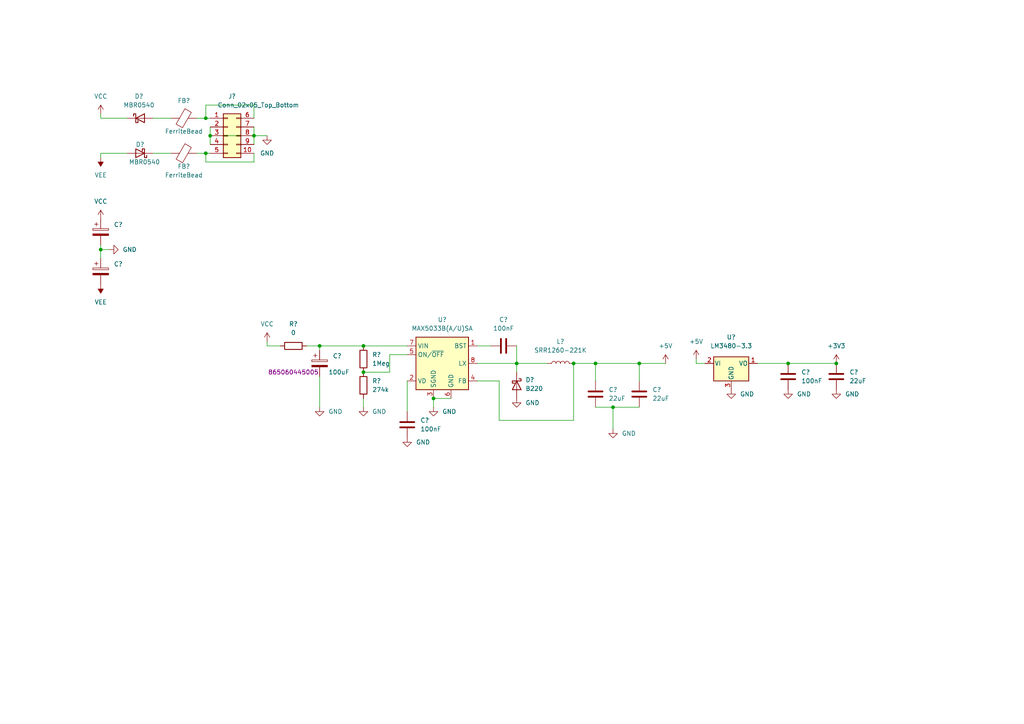
<source format=kicad_sch>
(kicad_sch (version 20211123) (generator eeschema)
  (paper "A4")
  (lib_symbols
    (symbol "Connector_Generic:Conn_02x05_Top_Bottom" (pin_names (offset 1.016) hide)
      (property "Reference" "J" (at 1.27 7.62 0))
      (property "Value" "Conn_02x05_Top_Bottom" (at 1.27 -7.62 0))
      (symbol "Conn_02x05_Top_Bottom_1_1"
        (rectangle (start -1.27 -4.953) (end 0 -5.207) (stroke (width 0.1524)))
        (rectangle (start -1.27 -2.413) (end 0 -2.667) (stroke (width 0.1524)))
        (rectangle (start -1.27 0.127) (end 0 -0.127) (stroke (width 0.1524)))
        (rectangle (start -1.27 2.667) (end 0 2.413) (stroke (width 0.1524)))
        (rectangle (start -1.27 5.207) (end 0 4.953) (stroke (width 0.1524)))
        (rectangle (start -1.27 6.35) (end 3.81 -6.35) (stroke (width 0.254)) (fill (type background)))
        (rectangle (start 3.81 -4.953) (end 2.54 -5.207) (stroke (width 0.1524)))
        (rectangle (start 3.81 -2.413) (end 2.54 -2.667) (stroke (width 0.1524)))
        (rectangle (start 3.81 0.127) (end 2.54 -0.127) (stroke (width 0.1524)))
        (rectangle (start 3.81 2.667) (end 2.54 2.413) (stroke (width 0.1524)))
        (rectangle (start 3.81 5.207) (end 2.54 4.953) (stroke (width 0.1524)))
        (pin passive line (at -5.08 5.08 0) (length 3.81) (name "Pin_1") (number "1"))
        (pin passive line (at 7.62 -5.08 180) (length 3.81) (name "Pin_10") (number "10"))
        (pin passive line (at -5.08 2.54 0) (length 3.81) (name "Pin_2") (number "2"))
        (pin passive line (at -5.08 0 0) (length 3.81) (name "Pin_3") (number "3"))
        (pin passive line (at -5.08 -2.54 0) (length 3.81) (name "Pin_4") (number "4"))
        (pin passive line (at -5.08 -5.08 0) (length 3.81) (name "Pin_5") (number "5"))
        (pin passive line (at 7.62 5.08 180) (length 3.81) (name "Pin_6") (number "6"))
        (pin passive line (at 7.62 2.54 180) (length 3.81) (name "Pin_7") (number "7"))
        (pin passive line (at 7.62 0 180) (length 3.81) (name "Pin_8") (number "8"))
        (pin passive line (at 7.62 -2.54 180) (length 3.81) (name "Pin_9") (number "9"))
      )
    )
    (symbol "Device:C" (pin_numbers hide) (pin_names (offset 0.254))
      (property "Reference" "C" (at 0.635 2.54 0))
      (property "Value" "C" (at 0.635 -2.54 0))
      (symbol "C_0_1"
        (polyline (pts (xy -2.032 -0.762) (xy 2.032 -0.762)) (stroke (width 0.508)))
        (polyline (pts (xy -2.032 0.762) (xy 2.032 0.762)) (stroke (width 0.508)))
      )
      (symbol "C_1_1"
        (pin passive line (at 0 3.81 270) (length 2.794) (name "~") (number "1"))
        (pin passive line (at 0 -3.81 90) (length 2.794) (name "~") (number "2"))
      )
    )
    (symbol "Device:C_Polarized" (pin_numbers hide) (pin_names (offset 0.254))
      (property "Reference" "C" (at 0.635 2.54 0))
      (property "Value" "C_Polarized" (at 0.635 -2.54 0))
      (symbol "C_Polarized_0_1"
        (rectangle (start -2.286 0.508) (end 2.286 1.016))
        (polyline (pts (xy -1.778 2.286) (xy -0.762 2.286)))
        (polyline (pts (xy -1.27 2.794) (xy -1.27 1.778)))
        (rectangle (start 2.286 -0.508) (end -2.286 -1.016) (fill (type outline)))
      )
      (symbol "C_Polarized_1_1"
        (pin passive line (at 0 3.81 270) (length 2.794) (name "~") (number "1"))
        (pin passive line (at 0 -3.81 90) (length 2.794) (name "~") (number "2"))
      )
    )
    (symbol "Device:FerriteBead" (pin_numbers hide) (pin_names (offset 0))
      (property "Reference" "FB" (at -3.81 0.635 90))
      (property "Value" "FerriteBead" (at 3.81 0 90))
      (symbol "FerriteBead_0_1"
        (polyline (pts (xy 0 -1.27) (xy 0 -1.2192)))
        (polyline (pts (xy 0 1.27) (xy 0 1.2954)))
        (polyline (pts (xy -2.7686 0.4064) (xy -1.7018 2.2606) (xy 2.7686 -0.3048) (xy 1.6764 -2.159) (xy -2.7686 0.4064)))
      )
      (symbol "FerriteBead_1_1"
        (pin passive line (at 0 3.81 270) (length 2.54) (name "~") (number "1"))
        (pin passive line (at 0 -3.81 90) (length 2.54) (name "~") (number "2"))
      )
    )
    (symbol "Device:L" (pin_numbers hide) (pin_names (offset 1.016) hide)
      (property "Reference" "L" (at -1.27 0 90))
      (property "Value" "L" (at 1.905 0 90))
      (symbol "L_0_1"
        (arc (start 0 -2.54) (mid 0.635 -1.905) (end 0 -1.27))
        (arc (start 0 -1.27) (mid 0.635 -0.635) (end 0 0))
        (arc (start 0 0) (mid 0.635 0.635) (end 0 1.27))
        (arc (start 0 1.27) (mid 0.635 1.905) (end 0 2.54))
      )
      (symbol "L_1_1"
        (pin passive line (at 0 3.81 270) (length 1.27) (name "1") (number "1"))
        (pin passive line (at 0 -3.81 90) (length 1.27) (name "2") (number "2"))
      )
    )
    (symbol "Device:R" (pin_numbers hide) (pin_names (offset 0))
      (property "Reference" "R" (at 2.032 0 90))
      (property "Value" "R" (at 0 0 90))
      (symbol "R_0_1"
        (rectangle (start -1.016 -2.54) (end 1.016 2.54) (stroke (width 0.254)))
      )
      (symbol "R_1_1"
        (pin passive line (at 0 3.81 270) (length 1.27) (name "~") (number "1"))
        (pin passive line (at 0 -3.81 90) (length 1.27) (name "~") (number "2"))
      )
    )
    (symbol "Diode:B220" (pin_numbers hide) (pin_names (offset 1.016) hide)
      (property "Reference" "D" (at 0 2.54 0))
      (property "Value" "B220" (at 0 -2.54 0))
      (symbol "B220_0_1"
        (polyline (pts (xy 1.27 0) (xy -1.27 0)))
        (polyline (pts (xy 1.27 1.27) (xy 1.27 -1.27) (xy -1.27 0) (xy 1.27 1.27)) (stroke (width 0.254)))
        (polyline (pts (xy -1.905 0.635) (xy -1.905 1.27) (xy -1.27 1.27) (xy -1.27 -1.27) (xy -0.635 -1.27) (xy -0.635 -0.635)) (stroke (width 0.254)))
      )
      (symbol "B220_1_1"
        (pin passive line (at -3.81 0 0) (length 2.54) (name "K") (number "1"))
        (pin passive line (at 3.81 0 180) (length 2.54) (name "A") (number "2"))
      )
    )
    (symbol "Diode:MBR0540" (pin_numbers hide) (pin_names (offset 1.016) hide)
      (property "Reference" "D" (at 0 2.54 0))
      (property "Value" "MBR0540" (at 0 -2.54 0))
      (symbol "MBR0540_0_1"
        (polyline (pts (xy 1.27 0) (xy -1.27 0)))
        (polyline (pts (xy 1.27 1.27) (xy 1.27 -1.27) (xy -1.27 0) (xy 1.27 1.27)) (stroke (width 0.254)))
        (polyline (pts (xy -1.905 0.635) (xy -1.905 1.27) (xy -1.27 1.27) (xy -1.27 -1.27) (xy -0.635 -1.27) (xy -0.635 -0.635)) (stroke (width 0.254)))
      )
      (symbol "MBR0540_1_1"
        (pin passive line (at -3.81 0 0) (length 2.54) (name "K") (number "1"))
        (pin passive line (at 3.81 0 180) (length 2.54) (name "A") (number "2"))
      )
    )
    (symbol "Regulator_Linear:LM3480-3.3" (pin_names (offset 0.254))
      (property "Reference" "U" (at -3.81 3.175 0))
      (property "Value" "LM3480-3.3" (at 0 3.175 0))
      (symbol "LM3480-3.3_0_1"
        (rectangle (start -5.08 1.905) (end 5.08 -5.08) (stroke (width 0.254)) (fill (type background)))
      )
      (symbol "LM3480-3.3_1_1"
        (pin power_out line (at 7.62 0 180) (length 2.54) (name "VO") (number "1"))
        (pin power_in line (at -7.62 0 0) (length 2.54) (name "VI") (number "2"))
        (pin power_in line (at 0 -7.62 90) (length 2.54) (name "GND") (number "3"))
      )
    )
    (symbol "Regulator_Switching:MAX5035BUSA"
      (property "Reference" "U" (at -7.62 8.89 0))
      (property "Value" "MAX5035BUSA" (at -2.54 8.89 0))
      (symbol "MAX5035BUSA_0_1"
        (rectangle (start -7.62 7.62) (end 7.62 -7.62) (stroke (width 0.254)) (fill (type background)))
      )
      (symbol "MAX5035BUSA_1_1"
        (pin passive line (at 10.16 5.08 180) (length 2.54) (name "BST") (number "1"))
        (pin passive line (at -10.16 -5.08 0) (length 2.54) (name "VD") (number "2"))
        (pin power_in line (at -2.54 -10.16 90) (length 2.54) (name "SGND") (number "3"))
        (pin input line (at 10.16 -5.08 180) (length 2.54) (name "FB") (number "4"))
        (pin input line (at -10.16 2.54 0) (length 2.54) (name "ON/~{OFF}") (number "5"))
        (pin power_in line (at 2.54 -10.16 90) (length 2.54) (name "GND") (number "6"))
        (pin power_in line (at -10.16 5.08 0) (length 2.54) (name "VIN") (number "7"))
        (pin output line (at 10.16 0 180) (length 2.54) (name "LX") (number "8"))
      )
    )
    (symbol "power:+3.3V" (power) (pin_names (offset 0))
      (property "Value" "+3.3V" (at 0 3.556 0))
      (symbol "+3.3V_0_1"
        (polyline (pts (xy -0.762 1.27) (xy 0 2.54)))
        (polyline (pts (xy 0 0) (xy 0 2.54)))
        (polyline (pts (xy 0 2.54) (xy 0.762 1.27)))
      )
      (symbol "+3.3V_1_1"
        (pin power_in line (at 0 0 90) (length 0) hide (name "+3V3") (number "1"))
      )
    )
    (symbol "power:+5V" (power) (pin_names (offset 0))
      (property "Value" "+5V" (at 0 3.556 0))
      (symbol "+5V_0_1"
        (polyline (pts (xy -0.762 1.27) (xy 0 2.54)))
        (polyline (pts (xy 0 0) (xy 0 2.54)))
        (polyline (pts (xy 0 2.54) (xy 0.762 1.27)))
      )
      (symbol "+5V_1_1"
        (pin power_in line (at 0 0 90) (length 0) hide (name "+5V") (number "1"))
      )
    )
    (symbol "power:GND" (power) (pin_names (offset 0))
      (property "Value" "GND" (at 0 -3.81 0))
      (symbol "GND_0_1"
        (polyline (pts (xy 0 0) (xy 0 -1.27) (xy 1.27 -1.27) (xy 0 -2.54) (xy -1.27 -1.27) (xy 0 -1.27)))
      )
      (symbol "GND_1_1"
        (pin power_in line (at 0 0 270) (length 0) hide (name "GND") (number "1"))
      )
    )
    (symbol "power:VCC" (power) (pin_names (offset 0))
      (property "Value" "VCC" (at 0 3.81 0))
      (symbol "VCC_0_1"
        (polyline (pts (xy -0.762 1.27) (xy 0 2.54)))
        (polyline (pts (xy 0 0) (xy 0 2.54)))
        (polyline (pts (xy 0 2.54) (xy 0.762 1.27)))
      )
      (symbol "VCC_1_1"
        (pin power_in line (at 0 0 90) (length 0) hide (name "VCC") (number "1"))
      )
    )
    (symbol "power:VEE" (power) (pin_names (offset 0))
      (property "Value" "VEE" (at 0 3.81 0))
      (symbol "VEE_0_1"
        (polyline (pts (xy 0 0) (xy 0 2.54)))
        (polyline (pts (xy 0.762 1.27) (xy -0.762 1.27) (xy 0 2.54) (xy 0.762 1.27)) (fill (type outline)))
      )
      (symbol "VEE_1_1"
        (pin power_in line (at 0 0 90) (length 0) hide (name "VEE") (number "1"))
      )
    )
  )
  (junction (at 125.73 115.57))
  (junction (at 105.41 100.33))
  (junction (at 59.69 44.45))
  (junction (at 166.37 105.41))
  (junction (at 177.8 118.11))
  (junction (at 185.42 105.41))
  (junction (at 242.57 105.41))
  (junction (at 29.21 72.39))
  (junction (at 105.41 107.95))
  (junction (at 59.69 34.29))
  (junction (at 60.96 39.37))
  (junction (at 172.72 105.41))
  (junction (at 228.6 105.41))
  (junction (at 92.71 100.33))
  (junction (at 149.86 105.41))
  (junction (at 73.66 39.37))
  (wire (pts (xy 172.72 105.41) (xy 172.72 110.49)))
  (wire (pts (xy 44.45 44.45) (xy 49.53 44.45)))
  (wire (pts (xy 29.21 44.45) (xy 36.83 44.45)))
  (wire (pts (xy 77.47 100.33) (xy 77.47 99.06)))
  (wire (pts (xy 219.71 105.41) (xy 228.6 105.41)))
  (wire (pts (xy 149.86 105.41) (xy 149.86 107.95)))
  (wire (pts (xy 118.11 110.49) (xy 118.11 119.38)))
  (wire (pts (xy 59.69 44.45) (xy 60.96 44.45)))
  (wire (pts (xy 113.03 102.87) (xy 118.11 102.87)))
  (wire (pts (xy 92.71 100.33) (xy 105.41 100.33)))
  (wire (pts (xy 92.71 109.22) (xy 92.71 118.11)))
  (wire (pts (xy 125.73 115.57) (xy 130.81 115.57)))
  (wire (pts (xy 57.15 44.45) (xy 59.69 44.45)))
  (wire (pts (xy 73.66 46.99) (xy 59.69 46.99)))
  (wire (pts (xy 59.69 30.48) (xy 59.69 34.29)))
  (wire (pts (xy 60.96 39.37) (xy 73.66 39.37)))
  (wire (pts (xy 185.42 105.41) (xy 193.04 105.41)))
  (wire (pts (xy 177.8 118.11) (xy 185.42 118.11)))
  (wire (pts (xy 73.66 39.37) (xy 77.47 39.37)))
  (wire (pts (xy 201.93 105.41) (xy 204.47 105.41)))
  (wire (pts (xy 172.72 105.41) (xy 185.42 105.41)))
  (wire (pts (xy 144.78 110.49) (xy 144.78 121.92)))
  (wire (pts (xy 44.45 34.29) (xy 49.53 34.29)))
  (wire (pts (xy 73.66 30.48) (xy 59.69 30.48)))
  (wire (pts (xy 138.43 100.33) (xy 142.24 100.33)))
  (wire (pts (xy 177.8 118.11) (xy 177.8 124.46)))
  (wire (pts (xy 59.69 44.45) (xy 59.69 46.99)))
  (wire (pts (xy 81.28 100.33) (xy 77.47 100.33)))
  (wire (pts (xy 144.78 121.92) (xy 166.37 121.92)))
  (wire (pts (xy 73.66 36.83) (xy 73.66 39.37)))
  (wire (pts (xy 105.41 107.95) (xy 113.03 107.95)))
  (wire (pts (xy 29.21 45.72) (xy 29.21 44.45)))
  (wire (pts (xy 113.03 107.95) (xy 113.03 102.87)))
  (wire (pts (xy 125.73 115.57) (xy 125.73 118.11)))
  (wire (pts (xy 73.66 44.45) (xy 73.66 46.99)))
  (wire (pts (xy 105.41 115.57) (xy 105.41 118.11)))
  (wire (pts (xy 149.86 100.33) (xy 149.86 105.41)))
  (wire (pts (xy 185.42 105.41) (xy 185.42 110.49)))
  (wire (pts (xy 59.69 34.29) (xy 60.96 34.29)))
  (wire (pts (xy 29.21 72.39) (xy 29.21 74.93)))
  (wire (pts (xy 57.15 34.29) (xy 59.69 34.29)))
  (wire (pts (xy 166.37 105.41) (xy 172.72 105.41)))
  (wire (pts (xy 29.21 34.29) (xy 36.83 34.29)))
  (wire (pts (xy 138.43 105.41) (xy 149.86 105.41)))
  (wire (pts (xy 29.21 72.39) (xy 31.75 72.39)))
  (wire (pts (xy 73.66 39.37) (xy 73.66 41.91)))
  (wire (pts (xy 105.41 100.33) (xy 118.11 100.33)))
  (wire (pts (xy 60.96 36.83) (xy 60.96 39.37)))
  (wire (pts (xy 201.93 104.14) (xy 201.93 105.41)))
  (wire (pts (xy 73.66 34.29) (xy 73.66 30.48)))
  (wire (pts (xy 60.96 39.37) (xy 60.96 41.91)))
  (wire (pts (xy 29.21 33.02) (xy 29.21 34.29)))
  (wire (pts (xy 88.9 100.33) (xy 92.71 100.33)))
  (wire (pts (xy 149.86 105.41) (xy 158.75 105.41)))
  (wire (pts (xy 172.72 118.11) (xy 177.8 118.11)))
  (wire (pts (xy 166.37 121.92) (xy 166.37 105.41)))
  (wire (pts (xy 92.71 101.6) (xy 92.71 100.33)))
  (wire (pts (xy 29.21 71.12) (xy 29.21 72.39)))
  (wire (pts (xy 228.6 105.41) (xy 242.57 105.41)))
  (wire (pts (xy 138.43 110.49) (xy 144.78 110.49)))
  (symbol (lib_id "Device:R") (at 105.41 111.76 0) (unit 1)
    (property "Reference" "R?" (at 107.95 110.4899 0) (effects (justify left)))
    (property "Value" "274k" (at 107.95 113.0299 0) (effects (justify left)))
    (property "Footprint" "Resistor_SMD:R_0603_1608Metric" (effects hide))
  )
  (symbol (lib_id "power:+5V") (at 201.93 104.14 0) (unit 1)
    (property "Reference" "#PWR?" (effects hide))
    (property "Value" "+5V" (at 201.93 99.06 0))
  )
  (symbol (lib_id "Diode:MBR0540") (at 40.64 44.45 180) (unit 1)
    (property "Reference" "D?" (at 40.64 41.91 0))
    (property "Value" "MBR0540" (at 41.91 46.99 0))
    (property "Footprint" "Diode_SMD:D_SOD-123" (effects hide))
    (property "Datasheet" "http://www.mccsemi.com/up_pdf/MBR0520~MBR0580(SOD123).pdf" (effects hide))
  )
  (symbol (lib_id "Device:FerriteBead") (at 53.34 34.29 90) (unit 1)
    (property "Reference" "FB?" (at 53.34 29.21 90))
    (property "Value" "FerriteBead" (at 53.34 38.1 90))
    (property "Footprint" "Inductor_SMD:L_0603_1608Metric" (effects hide))
  )
  (symbol (lib_id "power:VCC") (at 29.21 33.02 0) (unit 1)
    (property "Reference" "#PWR?" (effects hide))
    (property "Value" "VCC" (at 29.21 27.94 0))
  )
  (symbol (lib_id "Diode:MBR0540") (at 40.64 34.29 0) (unit 1)
    (property "Reference" "D?" (at 40.3225 27.94 0))
    (property "Value" "MBR0540" (at 40.3225 30.48 0))
    (property "Footprint" "Diode_SMD:D_SOD-123" (effects hide))
    (property "Datasheet" "http://www.mccsemi.com/up_pdf/MBR0520~MBR0580(SOD123).pdf" (effects hide))
  )
  (symbol (lib_id "Device:C") (at 185.42 114.3 0) (unit 1)
    (property "Reference" "C?" (at 189.23 113.0299 0) (effects (justify left)))
    (property "Value" "22uF" (at 189.23 115.5699 0) (effects (justify left)))
    (property "Footprint" "Capacitor_SMD:C_0805_2012Metric" (effects hide))
    (property "Part Number" "GRM21BD71A226ME44L" (effects hide))
  )
  (symbol (lib_id "Device:C_Polarized") (at 92.71 105.41 0) (unit 1)
    (property "Reference" "C?" (at 96.52 103.2509 0) (effects (justify left)))
    (property "Value" "100uF" (at 95.25 107.95 0) (effects (justify left)))
    (property "Footprint" "Capacitor_SMD:CP_Elec_6.3x7.7" (effects hide))
    (property "Part Number" "865060445005" (at 85.09 107.95 0))
  )
  (symbol (lib_id "power:GND") (at 149.86 115.57 0) (unit 1)
    (property "Reference" "#PWR?" (effects hide))
    (property "Value" "GND" (at 152.4 116.8399 0) (effects (justify left)))
  )
  (symbol (lib_id "power:VEE") (at 29.21 82.55 180) (unit 1)
    (property "Reference" "#PWR?" (effects hide))
    (property "Value" "VEE" (at 29.21 87.63 0))
  )
  (symbol (lib_id "power:+5V") (at 193.04 105.41 0) (unit 1)
    (property "Reference" "#PWR?" (effects hide))
    (property "Value" "+5V" (at 193.04 100.33 0))
  )
  (symbol (lib_id "power:GND") (at 118.11 127 0) (unit 1)
    (property "Reference" "#PWR?" (effects hide))
    (property "Value" "GND" (at 120.65 128.2699 0) (effects (justify left)))
  )
  (symbol (lib_id "Device:R") (at 85.09 100.33 90) (unit 1)
    (property "Reference" "R?" (at 85.09 93.98 90))
    (property "Value" "0" (at 85.09 96.52 90))
    (property "Footprint" "Resistor_SMD:R_0805_2012Metric" (effects hide))
  )
  (symbol (lib_id "Device:C_Polarized") (at 29.21 78.74 0) (unit 1)
    (property "Reference" "C?" (at 33.02 76.5809 0) (effects (justify left)))
    (property "Value" "C_Polarized" (effects hide))
    (property "Footprint" "Capacitor_SMD:CP_Elec_5x5.4" (effects hide))
    (property "Part Number" "EDK106M025S9DAA" (effects hide))
  )
  (symbol (lib_id "Regulator_Linear:LM3480-3.3") (at 212.09 105.41 0) (unit 1)
    (property "Reference" "U?" (at 212.09 97.79 0))
    (property "Value" "LM3480-3.3" (at 212.09 100.33 0))
    (property "Footprint" "Package_TO_SOT_SMD:SOT-23" (effects hide))
    (property "Datasheet" "http://www.ti.com/lit/ds/symlink/lm3480.pdf" (effects hide))
  )
  (symbol (lib_id "power:GND") (at 228.6 113.03 0) (unit 1)
    (property "Reference" "#PWR?" (effects hide))
    (property "Value" "GND" (at 231.14 114.2999 0) (effects (justify left)))
  )
  (symbol (lib_id "power:GND") (at 92.71 118.11 0) (unit 1)
    (property "Reference" "#PWR?" (effects hide))
    (property "Value" "GND" (at 95.25 119.3799 0) (effects (justify left)))
  )
  (symbol (lib_id "power:VCC") (at 29.21 63.5 0) (unit 1)
    (property "Reference" "#PWR?" (effects hide))
    (property "Value" "VCC" (at 29.21 58.42 0))
  )
  (symbol (lib_id "power:GND") (at 177.8 124.46 0) (unit 1)
    (property "Reference" "#PWR?" (effects hide))
    (property "Value" "GND" (at 180.34 125.7299 0) (effects (justify left)))
  )
  (symbol (lib_id "Connector_Generic:Conn_02x05_Top_Bottom") (at 66.04 39.37 0) (unit 1)
    (property "Reference" "J?" (at 67.31 27.94 0))
    (property "Value" "Conn_02x05_Top_Bottom" (at 74.93 30.48 0))
    (property "Footprint" "Connector_IDC:IDC-Header_2x05_P2.54mm_Vertical" (effects hide))
  )
  (symbol (lib_id "Device:FerriteBead") (at 53.34 44.45 90) (unit 1)
    (property "Reference" "FB?" (at 53.34 48.26 90))
    (property "Value" "FerriteBead" (at 53.34 50.8 90))
    (property "Footprint" "Inductor_SMD:L_0603_1608Metric" (effects hide))
  )
  (symbol (lib_id "Device:C") (at 242.57 109.22 0) (unit 1)
    (property "Reference" "C?" (at 246.38 107.9499 0) (effects (justify left)))
    (property "Value" "22uF" (at 246.38 110.4899 0) (effects (justify left)))
    (property "Footprint" "Capacitor_SMD:C_0805_2012Metric" (effects hide))
    (property "Part Number" "GRM21BD71A226ME44L" (effects hide))
  )
  (symbol (lib_id "Device:C") (at 118.11 123.19 180) (unit 1)
    (property "Reference" "C?" (at 121.92 121.9199 0) (effects (justify right)))
    (property "Value" "100nF" (at 121.92 124.4599 0) (effects (justify right)))
    (property "Footprint" "Capacitor_SMD:C_0603_1608Metric" (effects hide))
  )
  (symbol (lib_id "Device:C") (at 228.6 109.22 180) (unit 1)
    (property "Reference" "C?" (at 232.41 107.9499 0) (effects (justify right)))
    (property "Value" "100nF" (at 232.41 110.4899 0) (effects (justify right)))
    (property "Footprint" "Capacitor_SMD:C_0603_1608Metric" (effects hide))
  )
  (symbol (lib_id "Device:C") (at 172.72 114.3 0) (unit 1)
    (property "Reference" "C?" (at 176.53 113.0299 0) (effects (justify left)))
    (property "Value" "22uF" (at 176.53 115.5699 0) (effects (justify left)))
    (property "Footprint" "Capacitor_SMD:C_0805_2012Metric" (effects hide))
    (property "Part Number" "GRM21BD71A226ME44L" (effects hide))
  )
  (symbol (lib_id "Regulator_Switching:MAX5035BUSA") (at 128.27 105.41 0) (unit 1)
    (property "Reference" "U?" (at 128.27 92.71 0))
    (property "Value" "MAX5033B(A/U)SA" (at 128.27 95.25 0))
    (property "Footprint" "Package_SO:SOIC-8_3.9x4.9mm_P1.27mm" (effects hide))
    (property "Datasheet" "http://datasheets.maximintegrated.com/en/ds/MAX5035.pdf" (effects hide))
  )
  (symbol (lib_id "Device:R") (at 105.41 104.14 0) (unit 1)
    (property "Reference" "R?" (at 107.95 102.8699 0) (effects (justify left)))
    (property "Value" "1Meg" (at 107.95 105.4099 0) (effects (justify left)))
    (property "Footprint" "Resistor_SMD:R_0603_1608Metric" (effects hide))
  )
  (symbol (lib_id "power:GND") (at 77.47 39.37 0) (unit 1)
    (property "Reference" "#PWR?" (effects hide))
    (property "Value" "GND" (at 77.47 44.45 0))
  )
  (symbol (lib_id "Device:C_Polarized") (at 29.21 67.31 0) (unit 1)
    (property "Reference" "C?" (at 33.02 65.1509 0) (effects (justify left)))
    (property "Value" "C_Polarized" (effects hide))
    (property "Footprint" "Capacitor_SMD:CP_Elec_5x5.4" (effects hide))
    (property "Part Number" "EDK106M025S9DAA" (effects hide))
  )
  (symbol (lib_id "power:VCC") (at 77.47 99.06 0) (unit 1)
    (property "Reference" "#PWR?" (effects hide))
    (property "Value" "VCC" (at 77.47 93.98 0))
  )
  (symbol (lib_id "power:GND") (at 105.41 118.11 0) (unit 1)
    (property "Reference" "#PWR?" (effects hide))
    (property "Value" "GND" (at 107.95 119.3799 0) (effects (justify left)))
  )
  (symbol (lib_id "Device:L") (at 162.56 105.41 90) (unit 1)
    (property "Reference" "L?" (at 162.56 99.06 90))
    (property "Value" "SRR1260-221K" (at 162.56 101.6 90))
    (property "Footprint" "Inductor_SMD:L_Bourns_SRR1260" (effects hide))
  )
  (symbol (lib_id "power:GND") (at 31.75 72.39 90) (unit 1)
    (property "Reference" "#PWR?" (effects hide))
    (property "Value" "GND" (at 35.56 72.3899 90) (effects (justify right)))
  )
  (symbol (lib_id "power:VEE") (at 29.21 45.72 180) (unit 1)
    (property "Reference" "#PWR?" (effects hide))
    (property "Value" "VEE" (at 29.21 50.8 0))
  )
  (symbol (lib_id "power:GND") (at 242.57 113.03 0) (unit 1)
    (property "Reference" "#PWR?" (effects hide))
    (property "Value" "GND" (at 245.11 114.2999 0) (effects (justify left)))
  )
  (symbol (lib_id "Device:C") (at 146.05 100.33 90) (unit 1)
    (property "Reference" "C?" (at 146.05 92.71 90))
    (property "Value" "100nF" (at 146.05 95.25 90))
    (property "Footprint" "Capacitor_SMD:C_0603_1608Metric" (effects hide))
  )
  (symbol (lib_id "power:+3.3V") (at 242.57 105.41 0) (unit 1)
    (property "Reference" "#PWR?" (effects hide))
    (property "Value" "+3.3V" (at 242.57 100.33 0))
  )
  (symbol (lib_id "Diode:B220") (at 149.86 111.76 270) (unit 1)
    (property "Reference" "D?" (at 152.4 110.1724 90) (effects (justify left)))
    (property "Value" "B220" (at 152.4 112.7124 90) (effects (justify left)))
    (property "Footprint" "Diode_SMD:D_SMB" (effects hide))
    (property "Datasheet" "http://www.jameco.com/Jameco/Products/ProdDS/1538777.pdf" (effects hide))
  )
  (symbol (lib_id "power:GND") (at 125.73 118.11 0) (unit 1)
    (property "Reference" "#PWR?" (effects hide))
    (property "Value" "GND" (at 128.27 119.3799 0) (effects (justify left)))
  )
  (symbol (lib_id "power:GND") (at 212.09 113.03 0) (unit 1)
    (property "Reference" "#PWR?" (effects hide))
    (property "Value" "GND" (at 214.63 114.2999 0) (effects (justify left)))
  )
)
</source>
